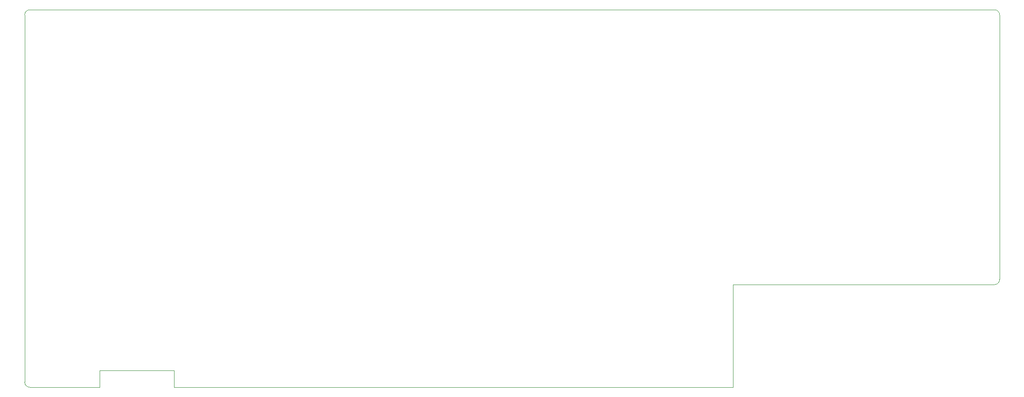
<source format=gbr>
%TF.GenerationSoftware,KiCad,Pcbnew,8.0.9-8.0.9-0~ubuntu22.04.1*%
%TF.CreationDate,2025-10-12T01:46:20+08:00*%
%TF.ProjectId,macropad,6d616372-6f70-4616-942e-6b696361645f,rev?*%
%TF.SameCoordinates,Original*%
%TF.FileFunction,Profile,NP*%
%FSLAX46Y46*%
G04 Gerber Fmt 4.6, Leading zero omitted, Abs format (unit mm)*
G04 Created by KiCad (PCBNEW 8.0.9-8.0.9-0~ubuntu22.04.1) date 2025-10-12 01:46:20*
%MOMM*%
%LPD*%
G01*
G04 APERTURE LIST*
%TA.AperFunction,Profile*%
%ADD10C,0.050000*%
%TD*%
%TA.AperFunction,Profile*%
%ADD11C,0.100000*%
%TD*%
G04 APERTURE END LIST*
D10*
X117575000Y-40375000D02*
X301949999Y-40375001D01*
X302950000Y-91975000D02*
X302949999Y-41375001D01*
X251950000Y-92975000D02*
X301950000Y-92975000D01*
X251950000Y-112600000D02*
X251950000Y-92975000D01*
X145100000Y-112600000D02*
X251950000Y-112600000D01*
X145100000Y-109350000D02*
X145100000Y-112600000D01*
X130900000Y-109350000D02*
X145100000Y-109350000D01*
X130900000Y-112600000D02*
X130900000Y-109350000D01*
X117575000Y-112600000D02*
X130900000Y-112600000D01*
X116575000Y-41375000D02*
X116575000Y-111600000D01*
D11*
X301949999Y-40375001D02*
G75*
G02*
X302949999Y-41375001I1J-999999D01*
G01*
X302950000Y-91975000D02*
G75*
G02*
X301950000Y-92975000I-999999J-1D01*
G01*
X117575000Y-112600000D02*
G75*
G02*
X116575000Y-111600000I-1J999999D01*
G01*
X116575000Y-41375000D02*
G75*
G02*
X117575000Y-40375000I999998J2D01*
G01*
M02*

</source>
